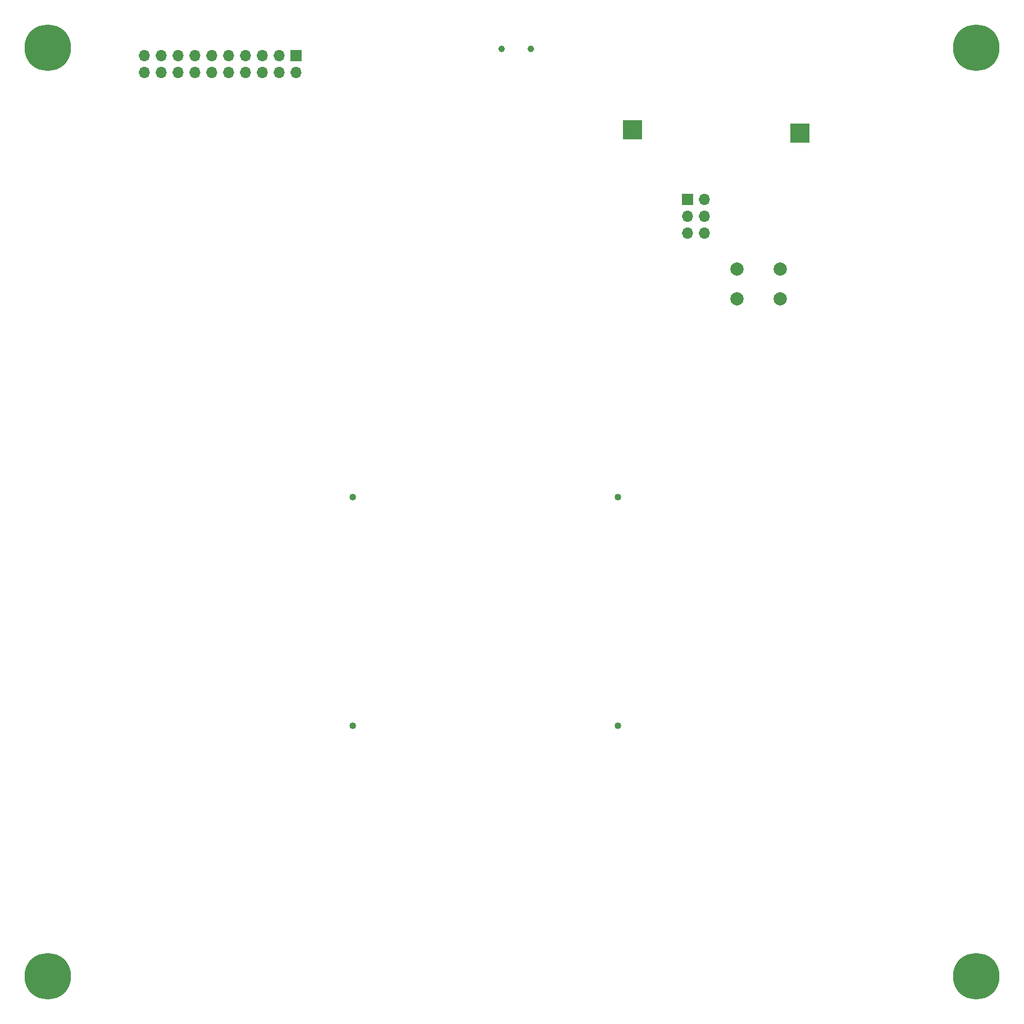
<source format=gbr>
%TF.GenerationSoftware,KiCad,Pcbnew,(6.0.0)*%
%TF.CreationDate,2022-10-06T12:47:50-04:00*%
%TF.ProjectId,ecp5u85-bse-usb_io-tester,65637035-7538-4352-9d62-73652d757362,A*%
%TF.SameCoordinates,Original*%
%TF.FileFunction,Soldermask,Bot*%
%TF.FilePolarity,Negative*%
%FSLAX46Y46*%
G04 Gerber Fmt 4.6, Leading zero omitted, Abs format (unit mm)*
G04 Created by KiCad (PCBNEW (6.0.0)) date 2022-10-06 12:47:50*
%MOMM*%
%LPD*%
G01*
G04 APERTURE LIST*
%ADD10C,2.000000*%
%ADD11R,1.700000X1.700000*%
%ADD12O,1.700000X1.700000*%
%ADD13C,7.000000*%
%ADD14C,1.016000*%
%ADD15C,1.000000*%
%ADD16R,3.000000X3.000000*%
G04 APERTURE END LIST*
D10*
%TO.C,SW1*%
X273400000Y-101400000D03*
X266900000Y-101400000D03*
X273400000Y-105900000D03*
X266900000Y-105900000D03*
%TD*%
D11*
%TO.C,J5*%
X200425000Y-69225000D03*
D12*
X200425000Y-71765000D03*
X197885000Y-69225000D03*
X197885000Y-71765000D03*
X195345000Y-69225000D03*
X195345000Y-71765000D03*
X192805000Y-69225000D03*
X192805000Y-71765000D03*
X190265000Y-69225000D03*
X190265000Y-71765000D03*
X187725000Y-69225000D03*
X187725000Y-71765000D03*
X185185000Y-69225000D03*
X185185000Y-71765000D03*
X182645000Y-69225000D03*
X182645000Y-71765000D03*
X180105000Y-69225000D03*
X180105000Y-71765000D03*
X177565000Y-69225000D03*
X177565000Y-71765000D03*
%TD*%
D13*
%TO.C,H3*%
X163000000Y-68000000D03*
%TD*%
D11*
%TO.C,J4*%
X259425000Y-90875000D03*
D12*
X261965000Y-90875000D03*
X259425000Y-93415000D03*
X261965000Y-93415000D03*
X259425000Y-95955000D03*
X261965000Y-95955000D03*
%TD*%
D14*
%TO.C,J3*%
X248968000Y-135762000D03*
X248968000Y-170238000D03*
%TD*%
%TO.C,J1*%
X208968000Y-135762000D03*
X208968000Y-170238000D03*
%TD*%
D13*
%TO.C,H1*%
X303000000Y-68000000D03*
%TD*%
D15*
%TO.C,J2*%
X231400000Y-68200000D03*
X235800000Y-68200000D03*
%TD*%
D13*
%TO.C,H4*%
X303000000Y-208000000D03*
%TD*%
D16*
%TO.C,TP1*%
X251200000Y-80400000D03*
%TD*%
D13*
%TO.C,H2*%
X163000000Y-208000000D03*
%TD*%
D16*
%TO.C,TP2*%
X276400000Y-80900000D03*
%TD*%
M02*

</source>
